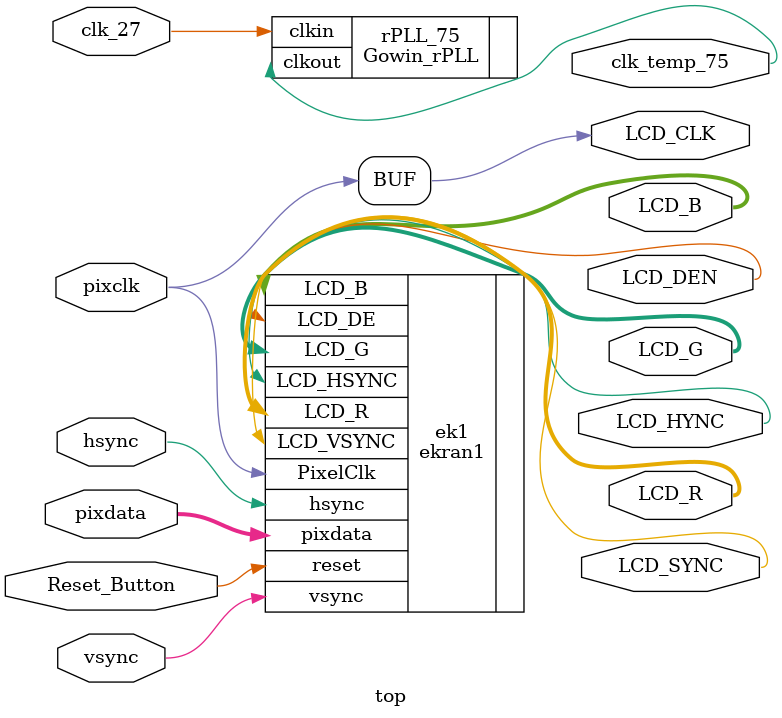
<source format=v>
module top(
    input Reset_Button,
    input clk_27,
    input pixclk,
    input hsync,
    input vsync,
    input  [7:0] pixdata,
    output clk_temp_75,

	output			LCD_CLK,
	output			LCD_HYNC,
	output			LCD_SYNC,
	output			LCD_DEN,
	output	[4:0]	LCD_R,
	output	[5:0]	LCD_G,
	output	[4:0]	LCD_B
    );

    Gowin_rPLL rPLL_75(
        .clkout(clk_temp_75),
        .clkin(clk_27)
    );
/*
    reg        PIXCLK565;
    reg [15:0] PIXDAT565;
    always @(posedge pixclk)
    begin
        if(~HREF) PIXCLK565 <= 0;
        else begin
            PIXCLK565 <= ~PIXCLK565;    // 1/2
            if(PIXCLK565) PIXDAT565[ 7:0] <= pixdata;
            else          PIXDAT565[15:8] <= pixdata;
        end
    end
*/
/*
    ekran	ek
	(
		.PixelClk	(	pixclk		),
		.LCD_DE		(	LCD_DEN	 	),
		.LCD_HSYNC	(	LCD_HYNC 	),
    	.LCD_VSYNC	(	LCD_SYNC 	),

		.LCD_B		(	LCD_B		),
		.LCD_G		(	LCD_G		),
		.LCD_R		(	LCD_R		),

        .pixdata    (   pixdata     ),
        .hsync      (   hsync       ),
        .vsync      (   vsync       ),
        .reset      (   Reset_Button       )
	);
*/

    ekran1	ek1
	(
		.PixelClk	(	pixclk		),
		.LCD_DE		(	LCD_DEN	 	),
		.LCD_HSYNC	(	LCD_HYNC 	),
    	.LCD_VSYNC	(	LCD_SYNC 	),

		.LCD_B		(	LCD_B		),
		.LCD_G		(	LCD_G		),
		.LCD_R		(	LCD_R		),

        .pixdata    (   pixdata     ),
        .hsync      (   hsync       ),
        .vsync      (   vsync       ),
        .reset      (   Reset_Button       )
	);

/*
    Binary_video	Bv
	(
		.PixelClk	(	pixclk		),
		.LCD_DE		(	LCD_DEN	 	),
		.LCD_HSYNC	(	LCD_HYNC 	),
    	.LCD_VSYNC	(	LCD_SYNC 	),

		.LCD_B		(	LCD_B		),
		.LCD_G		(	LCD_G		),
		.LCD_R		(	LCD_R		),

        .pixdata    (   pixdata     ),
        .hsync      (   hsync       ),
        .vsync      (   vsync       ),
        .reset      (   Reset_Button       )
	);
*/
/*
    Morphology_3x3_video	Mv
	(
		.PixelClk	(	pixclk		),
		.LCD_DE		(	LCD_DEN	 	),
		.LCD_HSYNC	(	LCD_HYNC 	),
    	.LCD_VSYNC	(	LCD_SYNC 	),

		.LCD_B		(	LCD_B		),
		.LCD_G		(	LCD_G		),
		.LCD_R		(	LCD_R		),

        .pixdata    (   pixdata     ),
        .hsync      (   hsync       ),
        .vsync      (   vsync       ),
        .reset      (   Reset_Button       )
	);
*/
	assign		LCD_CLK		=	pixclk;

endmodule

</source>
